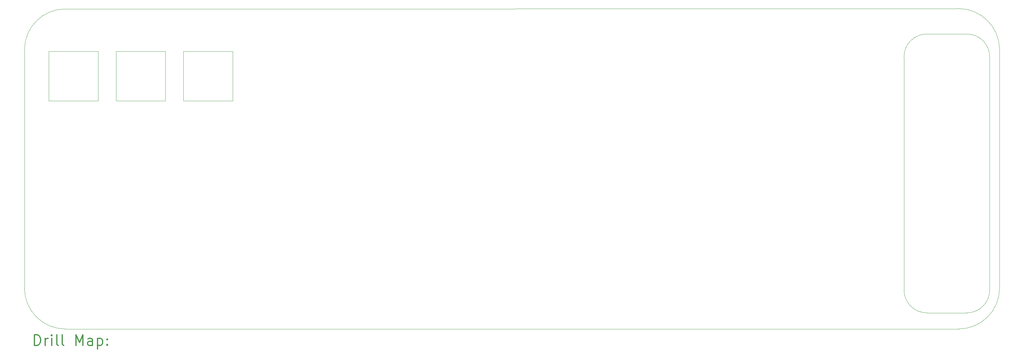
<source format=gbr>
%FSLAX45Y45*%
G04 Gerber Fmt 4.5, Leading zero omitted, Abs format (unit mm)*
G04 Created by KiCad (PCBNEW (5.1.5)-3) date 2021-12-21 22:31:03*
%MOMM*%
%LPD*%
G04 APERTURE LIST*
%TA.AperFunction,Profile*%
%ADD10C,0.050000*%
%TD*%
%ADD11C,0.200000*%
%ADD12C,0.300000*%
G04 APERTURE END LIST*
D10*
X29311600Y-2578100D02*
X28181300Y-2578100D01*
X29311600Y-2578100D02*
G75*
G02X29959300Y-3225800I0J-647700D01*
G01*
X27533600Y-3225800D02*
G75*
G02X28181300Y-2578100I647700J0D01*
G01*
X27533600Y-9842500D02*
X27533600Y-3225800D01*
X29959300Y-9842500D02*
X29959300Y-3225800D01*
X29311600Y-10490200D02*
X28181300Y-10490200D01*
X28181300Y-10490200D02*
G75*
G02X27533600Y-9842500I0J647700D01*
G01*
X29959300Y-9842500D02*
G75*
G02X29311600Y-10490200I-647700J0D01*
G01*
X29070300Y-1854200D02*
G75*
G02X30238700Y-3022600I0J-1168400D01*
G01*
X30238700Y-9791700D02*
G75*
G02X29083000Y-10947400I-1155700J0D01*
G01*
X3797300Y-10947400D02*
G75*
G02X2641600Y-9791700I0J1155700D01*
G01*
X2641600Y-3022600D02*
G75*
G02X3797300Y-1866900I1155700J0D01*
G01*
X2641600Y-9791700D02*
X2641600Y-3022600D01*
X30238700Y-9791700D02*
X30238700Y-3022600D01*
X29070300Y-1854200D02*
X3797300Y-1866900D01*
X29083000Y-10947400D02*
X3797300Y-10947400D01*
X7137399Y-4472331D02*
X8537399Y-4472331D01*
X7137399Y-3072331D02*
X7137399Y-4472331D01*
X8537399Y-3072331D02*
X7137399Y-3072331D01*
X8537399Y-4472331D02*
X8537399Y-3072331D01*
X5232399Y-4472331D02*
X6632399Y-4472331D01*
X5232399Y-3072331D02*
X5232399Y-4472331D01*
X6632399Y-3072331D02*
X5232399Y-3072331D01*
X6632399Y-4472331D02*
X6632399Y-3072331D01*
X3327399Y-4472331D02*
X4727399Y-4472331D01*
X3327399Y-3072331D02*
X3327399Y-4472331D01*
X4727399Y-3072331D02*
X3327399Y-3072331D01*
X4727399Y-4472331D02*
X4727399Y-3072331D01*
D11*
D12*
X2925528Y-11415614D02*
X2925528Y-11115614D01*
X2996957Y-11115614D01*
X3039814Y-11129900D01*
X3068386Y-11158472D01*
X3082671Y-11187043D01*
X3096957Y-11244186D01*
X3096957Y-11287043D01*
X3082671Y-11344186D01*
X3068386Y-11372757D01*
X3039814Y-11401329D01*
X2996957Y-11415614D01*
X2925528Y-11415614D01*
X3225528Y-11415614D02*
X3225528Y-11215614D01*
X3225528Y-11272757D02*
X3239814Y-11244186D01*
X3254100Y-11229900D01*
X3282671Y-11215614D01*
X3311243Y-11215614D01*
X3411243Y-11415614D02*
X3411243Y-11215614D01*
X3411243Y-11115614D02*
X3396957Y-11129900D01*
X3411243Y-11144186D01*
X3425528Y-11129900D01*
X3411243Y-11115614D01*
X3411243Y-11144186D01*
X3596957Y-11415614D02*
X3568386Y-11401329D01*
X3554100Y-11372757D01*
X3554100Y-11115614D01*
X3754100Y-11415614D02*
X3725528Y-11401329D01*
X3711243Y-11372757D01*
X3711243Y-11115614D01*
X4096957Y-11415614D02*
X4096957Y-11115614D01*
X4196957Y-11329900D01*
X4296957Y-11115614D01*
X4296957Y-11415614D01*
X4568386Y-11415614D02*
X4568386Y-11258471D01*
X4554100Y-11229900D01*
X4525528Y-11215614D01*
X4468386Y-11215614D01*
X4439814Y-11229900D01*
X4568386Y-11401329D02*
X4539814Y-11415614D01*
X4468386Y-11415614D01*
X4439814Y-11401329D01*
X4425528Y-11372757D01*
X4425528Y-11344186D01*
X4439814Y-11315614D01*
X4468386Y-11301329D01*
X4539814Y-11301329D01*
X4568386Y-11287043D01*
X4711243Y-11215614D02*
X4711243Y-11515614D01*
X4711243Y-11229900D02*
X4739814Y-11215614D01*
X4796957Y-11215614D01*
X4825528Y-11229900D01*
X4839814Y-11244186D01*
X4854100Y-11272757D01*
X4854100Y-11358471D01*
X4839814Y-11387043D01*
X4825528Y-11401329D01*
X4796957Y-11415614D01*
X4739814Y-11415614D01*
X4711243Y-11401329D01*
X4982671Y-11387043D02*
X4996957Y-11401329D01*
X4982671Y-11415614D01*
X4968386Y-11401329D01*
X4982671Y-11387043D01*
X4982671Y-11415614D01*
X4982671Y-11229900D02*
X4996957Y-11244186D01*
X4982671Y-11258471D01*
X4968386Y-11244186D01*
X4982671Y-11229900D01*
X4982671Y-11258471D01*
M02*

</source>
